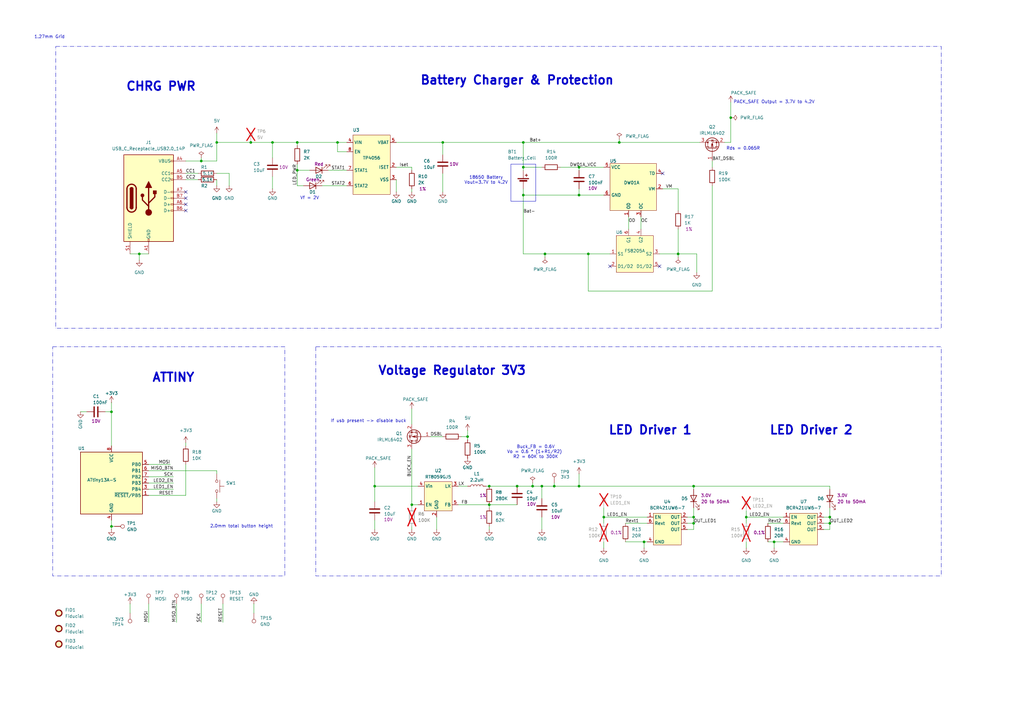
<source format=kicad_sch>
(kicad_sch (version 20250114) (generator "eeschema") (generator_version "9.0")
  (paper "A3")
  (title_block (title "Photon ") (date "2025-12-21") (rev "5") (company "Bike LED Schematic"))
  (lib_symbols
    (symbol "Connector:TestPoint" (pin_numbers (hide yes)) (pin_names (offset 0.762) (hide yes))
      (property "Reference" "TP" (at 0 6.858 0))
      (property "Value" "TestPoint" (at 0 5.08 0))
      (symbol "TestPoint_1_1"
        (pin passive line (at 0 0 90) (length 2.54) (name "1") (number "1"))
      )
    )
    (symbol "Connector:USB_C_Receptacle_USB2.0_14P" (pin_names (offset 1.016))
      (property "Reference" "J" (at 0 22.225 0))
      (property "Value" "USB_C_Receptacle_USB2.0_14P" (at 0 19.685 0))
      (symbol "USB_C_Receptacle_USB2.0_14P_1_1"
        (pin passive line (at -7.62 -22.86 90) (length 5.08) (name "SHIELD") (number "S1"))
        (pin passive line (at 0 -22.86 90) (length 5.08) (name "GND") (number "A1"))
        (pin passive line (at 0 -22.86 90) (length 5.08) (hide yes) (name "GND") (number "A12"))
        (pin passive line (at 0 -22.86 90) (length 5.08) (hide yes) (name "GND") (number "B1"))
        (pin passive line (at 0 -22.86 90) (length 5.08) (hide yes) (name "GND") (number "B12"))
        (pin passive line (at 15.24 15.24 180) (length 5.08) (name "VBUS") (number "A4"))
        (pin passive line (at 15.24 15.24 180) (length 5.08) (hide yes) (name "VBUS") (number "A9"))
        (pin passive line (at 15.24 15.24 180) (length 5.08) (hide yes) (name "VBUS") (number "B4"))
        (pin passive line (at 15.24 15.24 180) (length 5.08) (hide yes) (name "VBUS") (number "B9"))
        (pin bidirectional line (at 15.24 10.16 180) (length 5.08) (name "CC1") (number "A5"))
        (pin bidirectional line (at 15.24 7.62 180) (length 5.08) (name "CC2") (number "B5"))
        (pin bidirectional line (at 15.24 2.54 180) (length 5.08) (name "D-") (number "A7"))
        (pin bidirectional line (at 15.24 0 180) (length 5.08) (name "D-") (number "B7"))
        (pin bidirectional line (at 15.24 -2.54 180) (length 5.08) (name "D+") (number "A6"))
        (pin bidirectional line (at 15.24 -5.08 180) (length 5.08) (name "D+") (number "B6"))
      )
    )
    (symbol "Device:Battery_Cell" (pin_numbers (hide yes)) (pin_names (offset 0) (hide yes))
      (property "Reference" "BT" (at 2.54 2.54 0))
      (property "Value" "Battery_Cell" (at 2.54 0 0))
      (symbol "Battery_Cell_1_1"
        (pin passive line (at 0 5.08 270) (length 2.54) (name "+") (number "1"))
        (pin passive line (at 0 -2.54 90) (length 2.54) (name "-") (number "2"))
      )
    )
    (symbol "Device:C" (pin_numbers (hide yes)) (pin_names (offset 0.254))
      (property "Reference" "C" (at 0.635 2.54 0))
      (property "Value" "C" (at 0.635 -2.54 0))
      (symbol "C_1_1"
        (pin passive line (at 0 3.81 270) (length 2.794) (name "~") (number "1"))
        (pin passive line (at 0 -3.81 90) (length 2.794) (name "~") (number "2"))
      )
    )
    (symbol "Device:L" (pin_numbers (hide yes)) (pin_names (offset 1.016) (hide yes))
      (property "Reference" "L" (at -1.27 0 90))
      (property "Value" "L" (at 1.905 0 90))
      (symbol "L_1_1"
        (pin passive line (at 0 3.81 270) (length 1.27) (name "1") (number "1"))
        (pin passive line (at 0 -3.81 90) (length 1.27) (name "2") (number "2"))
      )
    )
    (symbol "Device:LED" (pin_numbers (hide yes)) (pin_names (offset 1.016) (hide yes))
      (property "Reference" "D" (at 0 2.54 0))
      (property "Value" "LED" (at 0 -2.54 0))
      (symbol "LED_1_1"
        (pin passive line (at -3.81 0 0) (length 2.54) (name "K") (number "1"))
        (pin passive line (at 3.81 0 180) (length 2.54) (name "A") (number "2"))
      )
    )
    (symbol "Device:R" (pin_numbers (hide yes)) (pin_names (offset 0))
      (property "Reference" "R" (at 2.032 0 90))
      (property "Value" "R" (at 0 0 90))
      (symbol "R_1_1"
        (pin passive line (at 0 3.81 270) (length 1.27) (name "~") (number "1"))
        (pin passive line (at 0 -3.81 90) (length 1.27) (name "~") (number "2"))
      )
    )
    (symbol "MCU_Microchip_ATtiny:ATtiny13A-S"
      (property "Reference" "U" (at -12.7 13.97 0))
      (property "Value" "ATtiny13A-S" (at 2.54 -13.97 0))
      (symbol "ATtiny13A-S_1_1"
        (pin power_in line (at 0 15.24 270) (length 2.54) (name "VCC") (number "8"))
        (pin power_in line (at 0 -15.24 90) (length 2.54) (name "GND") (number "4"))
        (pin bidirectional line (at 15.24 7.62 180) (length 2.54) (name "PB0") (number "5"))
        (pin bidirectional line (at 15.24 5.08 180) (length 2.54) (name "PB1") (number "6"))
        (pin bidirectional line (at 15.24 2.54 180) (length 2.54) (name "PB2") (number "7"))
        (pin bidirectional line (at 15.24 0 180) (length 2.54) (name "PB3") (number "2"))
        (pin bidirectional line (at 15.24 -2.54 180) (length 2.54) (name "PB4") (number "3"))
        (pin bidirectional line (at 15.24 -5.08 180) (length 2.54) (name "~{RESET}/PB5") (number "1"))
      )
    )
    (symbol "Mechanical:Fiducial" (in_bom no)
      (property "Reference" "FID" (at 0 5.08 0))
      (property "Value" "Fiducial" (at 0 3.175 0))
    )
    (symbol "Photon:BCR420UW6-7"
      (property "Reference" "U" (at -5.588 6.35 0))
      (symbol "BCR420UW6-7_1_1"
        (pin input line (at -8.89 3.81 0) (length 2.54) (name "EN") (number "1"))
        (pin input line (at -8.89 1.27 0) (length 2.54) (name "Rext") (number "6"))
        (pin power_in line (at -8.89 -6.35 0) (length 2.54) (name "GND") (number "4"))
        (pin output line (at 7.62 3.81 180) (length 2.54) (name "OUT") (number "2"))
        (pin passive line (at 7.62 1.27 180) (length 2.54) (name "OUT") (number "3"))
        (pin passive line (at 7.62 -1.27 180) (length 2.54) (name "OUT") (number "5"))
      )
    )
    (symbol "Photon:DW01A"
      (property "Reference" "U" (at -3.048 8.89 0))
      (symbol "DW01A_1_1"
        (pin passive line (at -6.35 6.35 0) (length 2.54) (name "VCC") (number "5"))
        (pin passive line (at -6.35 -5.08 0) (length 2.54) (name "GND") (number "6"))
        (pin passive line (at 3.81 -13.97 90) (length 2.54) (name "OD") (number "1"))
        (pin passive line (at 8.89 -13.97 90) (length 2.54) (name "OC") (number "3"))
        (pin passive line (at 17.78 3.81 180) (length 2.54) (name "TD") (number "4"))
        (pin passive line (at 17.78 -2.54 180) (length 2.54) (name "VM") (number "2"))
      )
    )
    (symbol "Photon:FS8205A"
      (property "Reference" "U" (at -7.112 8.636 0))
      (symbol "FS8205A_1_1"
        (pin passive line (at -10.16 0 0) (length 2.54) (name "S1") (number "1"))
        (pin passive line (at -10.16 -5.08 0) (length 2.54) (name "D1/D2") (number "2"))
        (pin input line (at -2.54 10.16 270) (length 2.54) (name "G1") (number "6"))
        (pin input line (at 2.54 10.16 270) (length 2.54) (name "G2") (number "4"))
        (pin passive line (at 10.16 0 180) (length 2.54) (name "S2") (number "3"))
        (pin passive line (at 10.16 -5.08 180) (length 2.54) (name "D1/D2") (number "5"))
      )
    )
    (symbol "Photon:RT8059GJ5"
      (property "Reference" "U" (at -3.556 5.334 0))
      (symbol "RT8059GJ5_1_1"
        (pin power_in line (at -7.62 2.54 0) (length 2.54) (name "Vin") (number "4"))
        (pin input line (at -7.62 -5.08 0) (length 2.54) (name "EN") (number "1"))
        (pin power_in line (at 0 -10.16 90) (length 2.54) (name "GND") (number "2"))
        (pin power_out line (at 8.89 2.54 180) (length 2.54) (name "LX") (number "3"))
        (pin input line (at 8.89 -5.08 180) (length 2.54) (name "FB") (number "5"))
      )
    )
    (symbol "Photon:TP4056"
      (property "Reference" "U" (at -6.858 13.208 0))
      (symbol "TP4056_1_1"
        (pin passive line (at -10.16 8.89 0) (length 2.54) (name "VIN") (number "4"))
        (pin passive line (at -10.16 5.08 0) (length 2.54) (name "EN") (number "8"))
        (pin passive line (at -10.16 -2.54 0) (length 2.54) (name "STAT1") (number "7"))
        (pin passive line (at -10.16 -8.89 0) (length 2.54) (name "STAT2") (number "6"))
        (pin passive line (at 10.16 8.89 180) (length 2.54) (name "VBAT") (number "5"))
        (pin passive line (at 10.16 -1.27 180) (length 2.54) (name "ISET") (number "2"))
        (pin passive line (at 10.16 -6.35 180) (length 2.54) (name "VSS") (number "3"))
      )
    )
    (symbol "Switch:SW_Push" (pin_numbers (hide yes)) (pin_names (offset 1.016) (hide yes))
      (property "Reference" "SW" (at 1.27 2.54 0))
      (property "Value" "SW_Push" (at 0 -1.524 0))
      (symbol "SW_Push_0_1"
        (pin passive line (at -5.08 0 0) (length 2.54) (name "1") (number "1"))
        (pin passive line (at 5.08 0 180) (length 2.54) (name "2") (number "2"))
      )
    )
    (symbol "Transistor_FET:IRLML6402" (pin_names (hide yes))
      (property "Reference" "Q" (at 5.08 1.905 0))
      (property "Value" "IRLML6402" (at 5.08 0 0))
      (symbol "IRLML6402_1_1"
        (pin input line (at -5.08 0 0) (length 2.54) (name "G") (number "1"))
        (pin passive line (at 2.54 5.08 270) (length 2.54) (name "D") (number "3"))
        (pin passive line (at 2.54 -5.08 90) (length 2.54) (name "S") (number "2"))
      )
    )
    (symbol "power:+3V3" (power) (pin_numbers (hide yes)) (pin_names (offset 0) (hide yes))
      (property "Value" "+3V3" (at 0 3.556 0))
      (symbol "+3V3_1_1"
        (pin power_in line (at 0 0 90) (length 0) (name "~") (number "1"))
      )
    )
    (symbol "power:+BATT" (power) (pin_numbers (hide yes)) (pin_names (offset 0) (hide yes))
      (property "Value" "+BATT" (at 0 3.556 0))
      (symbol "+BATT_1_1"
        (pin power_in line (at 0 0 90) (length 0) (name "~") (number "1"))
      )
    )
    (symbol "power:GND" (power) (pin_numbers (hide yes)) (pin_names (offset 0) (hide yes))
      (property "Value" "GND" (at 0 -3.81 0))
      (symbol "GND_1_1"
        (pin power_in line (at 0 0 270) (length 0) (name "~") (number "1"))
      )
    )
    (symbol "power:PWR_FLAG" (power) (pin_numbers (hide yes)) (pin_names (offset 0) (hide yes))
      (property "Value" "PWR_FLAG" (at 0 3.81 0))
      (symbol "PWR_FLAG_0_0"
        (pin power_out line (at 0 0 90) (length 0) (name "~") (number "1"))
      )
    )
    (symbol "power:VCC" (power) (pin_numbers (hide yes)) (pin_names (offset 0) (hide yes))
      (property "Value" "VCC" (at 0 3.556 0))
      (symbol "VCC_1_1"
        (pin power_in line (at 0 0 90) (length 0) (name "~") (number "1"))
      )
    )
  )
  (rectangle (start 22.86 19.05) (end 386.08 134.62) (stroke (width 0) (type dash_dot)))
  (rectangle (start 209.55 67.31) (end 219.71 82.55))
  (rectangle (start 129.54 142.24) (end 386.08 236.22) (stroke (width 0) (type dash_dot)))
  (rectangle (start 21.59 142.24) (end 116.84 236.22) (stroke (width 0) (type dash_dot)))
  (text "2.0mm total button height\n" (at 99.06 215.9 0) (effects (font (size 1.27 1.27))))
  (text "CHRG PWR\n" (at 66.04 35.56 0) (effects (font (size 3.54 3.54) (thickness 0.708) (bold yes))))
  (text "Battery Charger & Protection" (at 212.09 33.02 0) (effects (font (size 3.54 3.54) (thickness 0.708) (bold yes))))
  (text "Voltage Regulator 3V3\n\n" (at 185.42 154.94 0) (effects (font (size 3.54 3.54) (thickness 0.708) (bold yes))))
  (text "If usb present -> disable buck" (at 151.13 172.72 0) (effects (font (size 1.27 1.27))))
  (text "ATTINY" (at 71.12 154.94 0) (effects (font (size 3.54 3.54) (thickness 0.708) (bold yes))))
  (text "LED Driver 2\n" (at 332.74 176.53 0) (effects (font (size 3.54 3.54) (thickness 0.708) (bold yes))))
  (text "LED Driver 1\n" (at 266.7 176.53 0) (effects (font (size 3.54 3.54) (thickness 0.708) (bold yes))))
  (text "18650 Battery\nVout=3.7V to 4.2V\n\n" (at 199.39 74.93 0) (effects (font (size 1.27 1.27))))
  (text "Rds = 0.065R\n" (at 304.8 60.96 0) (effects (font (size 1.27 1.27))))
  (text "1.27mm Grid\n" (at 20.32 15.24 0) (effects (font (size 1.27 1.27))))
  (text "PACK_SAFE Output = 3.7V to 4.2V" (at 317.5 41.91 0) (effects (font (size 1.27 1.27))))
  (text "Vf = 2V\n" (at 127 81.28 0) (effects (font (size 1.27 1.27))))
  (text "Buck_FB = 0.6V\nVo = 0.6 * (1+R1/R2) \nR2 = 60K to 300K" (at 219.71 185.42 0) (effects (font (size 1.27 1.27))))
  (junction (at 45.72 168.91))
  (junction (at 200.66 199.39))
  (junction (at 284.48 212.09))
  (junction (at 237.49 199.39))
  (junction (at 82.55 66.04))
  (junction (at 317.5 222.25))
  (junction (at 138.43 58.42))
  (junction (at 247.65 212.09))
  (junction (at 340.36 214.63))
  (junction (at 241.3 104.14))
  (junction (at 88.9 58.42))
  (junction (at 212.09 199.39))
  (junction (at 102.87 58.42))
  (junction (at 237.49 68.58))
  (junction (at 299.72 48.26))
  (junction (at 121.92 69.85))
  (junction (at 284.48 214.63))
  (junction (at 214.63 68.58))
  (junction (at 306.07 212.09))
  (junction (at 214.63 80.01))
  (junction (at 168.91 207.01))
  (junction (at 214.63 58.42))
  (junction (at 200.66 207.01))
  (junction (at 45.72 215.9))
  (junction (at 222.25 199.39))
  (junction (at 237.49 80.01))
  (junction (at 181.61 58.42))
  (junction (at 227.33 199.39))
  (junction (at 121.92 58.42))
  (junction (at 223.52 104.14))
  (junction (at 284.48 199.39))
  (junction (at 111.76 58.42))
  (junction (at 254 58.42))
  (junction (at 57.15 104.14))
  (junction (at 264.16 222.25))
  (junction (at 153.67 199.39))
  (junction (at 340.36 212.09))
  (junction (at 218.44 199.39))
  (junction (at 191.77 179.07))
  (junction (at 278.13 104.14))
  (no_connect (at 76.2 78.74))
  (no_connect (at 76.2 81.28))
  (no_connect (at 250.19 109.22))
  (no_connect (at 76.2 83.82))
  (no_connect (at 270.51 109.22))
  (no_connect (at 271.78 71.12))
  (no_connect (at 76.2 86.36))
  (wire (pts (xy 45.72 217.17) (xy 45.72 215.9)))
  (wire (pts (xy 121.92 58.42) (xy 138.43 58.42)))
  (wire (pts (xy 162.56 78.74) (xy 162.56 73.66)))
  (wire (pts (xy 278.13 105.41) (xy 278.13 104.14)))
  (wire (pts (xy 168.91 167.64) (xy 168.91 173.99)))
  (wire (pts (xy 181.61 179.07) (xy 176.53 179.07)))
  (wire (pts (xy 256.54 214.63) (xy 265.43 214.63)))
  (wire (pts (xy 340.36 199.39) (xy 340.36 200.66)))
  (wire (pts (xy 162.56 68.58) (xy 168.91 68.58)))
  (wire (pts (xy 76.2 181.61) (xy 76.2 182.88)))
  (wire (pts (xy 241.3 104.14) (xy 250.19 104.14)))
  (wire (pts (xy 270.51 104.14) (xy 278.13 104.14)))
  (wire (pts (xy 214.63 58.42) (xy 214.63 68.58)))
  (wire (pts (xy 264.16 222.25) (xy 265.43 222.25)))
  (wire (pts (xy 57.15 104.14) (xy 60.96 104.14)))
  (wire (pts (xy 53.34 104.14) (xy 57.15 104.14)))
  (wire (pts (xy 111.76 58.42) (xy 111.76 64.77)))
  (wire (pts (xy 200.66 199.39) (xy 212.09 199.39)))
  (wire (pts (xy 227.33 198.12) (xy 227.33 199.39)))
  (wire (pts (xy 241.3 119.38) (xy 292.1 119.38)))
  (wire (pts (xy 237.49 68.58) (xy 247.65 68.58)))
  (wire (pts (xy 138.43 62.23) (xy 138.43 58.42)))
  (wire (pts (xy 214.63 80.01) (xy 214.63 104.14)))
  (wire (pts (xy 168.91 208.28) (xy 168.91 207.01)))
  (wire (pts (xy 306.07 214.63) (xy 306.07 212.09)))
  (wire (pts (xy 229.87 68.58) (xy 237.49 68.58)))
  (wire (pts (xy 121.92 69.85) (xy 127 69.85)))
  (wire (pts (xy 284.48 214.63) (xy 281.94 214.63)))
  (wire (pts (xy 241.3 104.14) (xy 241.3 119.38)))
  (wire (pts (xy 254 58.42) (xy 287.02 58.42)))
  (wire (pts (xy 257.81 88.9) (xy 257.81 93.98)))
  (wire (pts (xy 179.07 217.17) (xy 179.07 212.09)))
  (wire (pts (xy 284.48 212.09) (xy 281.94 212.09)))
  (wire (pts (xy 284.48 212.09) (xy 284.48 214.63)))
  (wire (pts (xy 76.2 73.66) (xy 81.28 73.66)))
  (wire (pts (xy 162.56 58.42) (xy 181.61 58.42)))
  (wire (pts (xy 60.96 193.04) (xy 88.9 193.04)))
  (wire (pts (xy 271.78 77.47) (xy 278.13 77.47)))
  (wire (pts (xy 218.44 199.39) (xy 222.25 199.39)))
  (wire (pts (xy 314.96 222.25) (xy 317.5 222.25)))
  (wire (pts (xy 292.1 68.58) (xy 292.1 66.04)))
  (wire (pts (xy 134.62 69.85) (xy 142.24 69.85)))
  (wire (pts (xy 200.66 207.01) (xy 212.09 207.01)))
  (wire (pts (xy 71.12 198.12) (xy 60.96 198.12)))
  (wire (pts (xy 297.18 58.42) (xy 299.72 58.42)))
  (wire (pts (xy 57.15 106.68) (xy 57.15 104.14)))
  (wire (pts (xy 121.92 69.85) (xy 121.92 67.31)))
  (wire (pts (xy 278.13 86.36) (xy 278.13 77.47)))
  (wire (pts (xy 214.63 80.01) (xy 237.49 80.01)))
  (wire (pts (xy 60.96 190.5) (xy 69.85 190.5)))
  (wire (pts (xy 72.39 255.27) (xy 72.39 247.65)))
  (wire (pts (xy 168.91 217.17) (xy 168.91 215.9)))
  (wire (pts (xy 200.66 217.17) (xy 200.66 215.9)))
  (wire (pts (xy 76.2 66.04) (xy 82.55 66.04)))
  (wire (pts (xy 317.5 222.25) (xy 321.31 222.25)))
  (wire (pts (xy 111.76 58.42) (xy 121.92 58.42)))
  (wire (pts (xy 181.61 58.42) (xy 181.61 63.5)))
  (wire (pts (xy 60.96 195.58) (xy 71.12 195.58)))
  (wire (pts (xy 82.55 66.04) (xy 88.9 66.04)))
  (wire (pts (xy 88.9 58.42) (xy 102.87 58.42)))
  (wire (pts (xy 237.49 199.39) (xy 284.48 199.39)))
  (wire (pts (xy 284.48 208.28) (xy 284.48 212.09)))
  (wire (pts (xy 187.96 199.39) (xy 191.77 199.39)))
  (wire (pts (xy 214.63 68.58) (xy 222.25 68.58)))
  (wire (pts (xy 191.77 176.53) (xy 191.77 179.07)))
  (wire (pts (xy 121.92 76.2) (xy 124.46 76.2)))
  (wire (pts (xy 46.99 215.9) (xy 45.72 215.9)))
  (wire (pts (xy 212.09 199.39) (xy 218.44 199.39)))
  (wire (pts (xy 340.36 208.28) (xy 340.36 212.09)))
  (wire (pts (xy 247.65 212.09) (xy 265.43 212.09)))
  (wire (pts (xy 88.9 76.2) (xy 88.9 73.66)))
  (wire (pts (xy 187.96 207.01) (xy 200.66 207.01)))
  (wire (pts (xy 306.07 224.79) (xy 306.07 222.25)))
  (wire (pts (xy 93.98 76.2) (xy 93.98 71.12)))
  (wire (pts (xy 256.54 222.25) (xy 264.16 222.25)))
  (wire (pts (xy 82.55 64.77) (xy 82.55 66.04)))
  (wire (pts (xy 292.1 119.38) (xy 292.1 76.2)))
  (wire (pts (xy 306.07 209.55) (xy 306.07 212.09)))
  (wire (pts (xy 121.92 76.2) (xy 121.92 69.85)))
  (wire (pts (xy 214.63 58.42) (xy 254 58.42)))
  (wire (pts (xy 278.13 93.98) (xy 278.13 104.14)))
  (wire (pts (xy 214.63 68.58) (xy 214.63 69.85)))
  (wire (pts (xy 121.92 58.42) (xy 121.92 59.69)))
  (wire (pts (xy 88.9 194.31) (xy 88.9 193.04)))
  (wire (pts (xy 191.77 180.34) (xy 191.77 179.07)))
  (wire (pts (xy 45.72 165.1) (xy 45.72 168.91)))
  (wire (pts (xy 223.52 105.41) (xy 223.52 104.14)))
  (wire (pts (xy 218.44 198.12) (xy 218.44 199.39)))
  (wire (pts (xy 88.9 71.12) (xy 93.98 71.12)))
  (wire (pts (xy 317.5 224.79) (xy 317.5 222.25)))
  (wire (pts (xy 168.91 78.74) (xy 168.91 77.47)))
  (wire (pts (xy 285.75 104.14) (xy 285.75 111.76)))
  (wire (pts (xy 43.18 168.91) (xy 45.72 168.91)))
  (wire (pts (xy 88.9 54.61) (xy 88.9 58.42)))
  (wire (pts (xy 200.66 208.28) (xy 200.66 207.01)))
  (wire (pts (xy 199.39 199.39) (xy 200.66 199.39)))
  (wire (pts (xy 142.24 62.23) (xy 138.43 62.23)))
  (wire (pts (xy 91.44 255.27) (xy 91.44 247.65)))
  (wire (pts (xy 153.67 191.77) (xy 153.67 199.39)))
  (wire (pts (xy 88.9 58.42) (xy 88.9 66.04)))
  (wire (pts (xy 284.48 214.63) (xy 284.48 217.17)))
  (wire (pts (xy 214.63 77.47) (xy 214.63 80.01)))
  (wire (pts (xy 33.02 168.91) (xy 35.56 168.91)))
  (wire (pts (xy 153.67 205.74) (xy 153.67 199.39)))
  (wire (pts (xy 153.67 199.39) (xy 171.45 199.39)))
  (wire (pts (xy 181.61 58.42) (xy 214.63 58.42)))
  (wire (pts (xy 111.76 72.39) (xy 111.76 77.47)))
  (wire (pts (xy 53.34 251.46) (xy 53.34 247.65)))
  (wire (pts (xy 340.36 217.17) (xy 337.82 217.17)))
  (wire (pts (xy 189.23 179.07) (xy 191.77 179.07)))
  (wire (pts (xy 222.25 217.17) (xy 222.25 212.09)))
  (wire (pts (xy 132.08 76.2) (xy 142.24 76.2)))
  (wire (pts (xy 237.49 194.31) (xy 237.49 199.39)))
  (wire (pts (xy 284.48 199.39) (xy 340.36 199.39)))
  (wire (pts (xy 227.33 199.39) (xy 237.49 199.39)))
  (wire (pts (xy 168.91 68.58) (xy 168.91 69.85)))
  (wire (pts (xy 254 57.15) (xy 254 58.42)))
  (wire (pts (xy 340.36 212.09) (xy 340.36 214.63)))
  (wire (pts (xy 104.14 251.46) (xy 104.14 247.65)))
  (wire (pts (xy 340.36 212.09) (xy 337.82 212.09)))
  (wire (pts (xy 222.25 204.47) (xy 222.25 199.39)))
  (wire (pts (xy 60.96 247.65) (xy 60.96 255.27)))
  (wire (pts (xy 45.72 215.9) (xy 45.72 213.36)))
  (wire (pts (xy 340.36 214.63) (xy 340.36 217.17)))
  (wire (pts (xy 262.89 88.9) (xy 262.89 93.98)))
  (wire (pts (xy 168.91 207.01) (xy 171.45 207.01)))
  (wire (pts (xy 314.96 214.63) (xy 321.31 214.63)))
  (wire (pts (xy 45.72 168.91) (xy 45.72 182.88)))
  (wire (pts (xy 340.36 214.63) (xy 337.82 214.63)))
  (wire (pts (xy 237.49 68.58) (xy 237.49 69.85)))
  (wire (pts (xy 71.12 200.66) (xy 60.96 200.66)))
  (wire (pts (xy 168.91 184.15) (xy 168.91 207.01)))
  (wire (pts (xy 278.13 104.14) (xy 285.75 104.14)))
  (wire (pts (xy 247.65 214.63) (xy 247.65 212.09)))
  (wire (pts (xy 60.96 203.2) (xy 76.2 203.2)))
  (wire (pts (xy 88.9 205.74) (xy 88.9 204.47)))
  (wire (pts (xy 138.43 58.42) (xy 142.24 58.42)))
  (wire (pts (xy 222.25 199.39) (xy 227.33 199.39)))
  (wire (pts (xy 82.55 255.27) (xy 82.55 247.65)))
  (wire (pts (xy 247.65 224.79) (xy 247.65 222.25)))
  (wire (pts (xy 237.49 80.01) (xy 247.65 80.01)))
  (wire (pts (xy 264.16 224.79) (xy 264.16 222.25)))
  (wire (pts (xy 284.48 217.17) (xy 281.94 217.17)))
  (wire (pts (xy 76.2 71.12) (xy 81.28 71.12)))
  (wire (pts (xy 153.67 217.17) (xy 153.67 213.36)))
  (wire (pts (xy 247.65 208.28) (xy 247.65 212.09)))
  (wire (pts (xy 284.48 199.39) (xy 284.48 200.66)))
  (wire (pts (xy 237.49 77.47) (xy 237.49 80.01)))
  (wire (pts (xy 181.61 78.74) (xy 181.61 71.12)))
  (wire (pts (xy 102.87 58.42) (xy 111.76 58.42)))
  (wire (pts (xy 299.72 41.91) (xy 299.72 48.26)))
  (wire (pts (xy 306.07 212.09) (xy 321.31 212.09)))
  (wire (pts (xy 223.52 104.14) (xy 214.63 104.14)))
  (wire (pts (xy 223.52 104.14) (xy 241.3 104.14)))
  (wire (pts (xy 76.2 190.5) (xy 76.2 203.2)))
  (wire (pts (xy 299.72 48.26) (xy 299.72 58.42)))
  (label "RESET" (at 91.44 255.27 90))
  (label "OUT_LED2" (at 340.36 214.63 0))
  (label "Bat+" (at 217.17 58.42 0))
  (label "FB" (at 189.23 207.01 0))
  (label "LED1_EN" (at 71.12 200.66 180))
  (label "BUCK_EN" (at 168.91 195.58 90))
  (label "BAT_DSBL" (at 292.1 66.04 0))
  (label "LED_PWR" (at 121.92 67.31 270))
  (label "DW01A_VCC" (at 233.68 68.58 0))
  (label "VM" (at 273.05 77.47 0))
  (label "Rext2" (at 314.96 214.63 0))
  (label "OC" (at 262.89 91.44 0))
  (label "Rext1" (at 256.54 214.63 0))
  (label "MOSI" (at 69.85 190.5 180))
  (label "LED2_EN" (at 71.12 198.12 180))
  (label "Iset" (at 163.83 68.58 0))
  (label "RESET" (at 71.12 203.2 180))
  (label "MISO_BTN" (at 72.39 255.27 90))
  (label "LX" (at 187.96 199.39 0))
  (label "Bat-" (at 214.63 87.63 0))
  (label "STAT2" (at 135.89 76.2 0))
  (label "LED1_EN" (at 248.92 212.09 0))
  (label "OD" (at 257.81 91.44 0))
  (label "CC2" (at 76.2 73.66 0))
  (label "SCK" (at 71.12 195.58 180))
  (label "OUT_LED1" (at 284.48 214.63 0))
  (label "STAT1" (at 135.89 69.85 0))
  (label "LED2_EN" (at 307.34 212.09 0))
  (label "DSBL" (at 176.53 179.07 0))
  (label "MOSI" (at 60.96 255.27 90))
  (label "SCK" (at 82.55 255.27 90))
  (label "MISO_BTN" (at 71.12 193.04 180))
  (label "CC1" (at 76.2 71.12 0))
  (symbol (lib_id "Photon:RT8059GJ5") (at 179.07 201.93 0) (unit 1)
    (property "Reference" "U2" (at 179.705 193.04 0))
    (property "Value" "RT8059GJ5" (at 179.705 195.58 0))
    (property "Footprint" "Package_TO_SOT_SMD:SOT-23-5" (effects (hide yes)))
    (property "Datasheet" "https://jlcpcb.com/api/file/downloadByFileSystemAccessId/8586172157412192256" (effects (hide yes)))
    (property "Supplier " "https://jlcpcb.com/partdetail/RichtekTech-RT8059GJ5/C20542" (effects (hide yes)))
  )
  (symbol (lib_id "power:GND") (at 264.16 224.79 0) (unit 1)
    (property "Reference" "#PWR026" (effects (hide yes)))
    (property "Value" "GND" (at 264.16 229.87 0))
    (property "Description" "Power symbol creates a global label with name \"GND\" , ground" (effects (hide yes)))
  )
  (symbol (lib_id "Device:R") (at 256.54 218.44 0) (unit 1)
    (property "Reference" "R13" (at 259.08 217.1699 0) (effects (justify left)))
    (property "Value" "20R" (at 259.08 219.7099 0) (effects (justify left)))
    (property "Footprint" "Resistor_SMD:R_0603_1608Metric" (effects (hide yes)))
    (property "Datasheet" "https://jlcpcb.com/partdetail/YAGEO-RT0603BRD076R65L/C861543" (effects (hide yes)))
    (property "Description" "Resistor" (effects (hide yes)))
    (property "Tolerance " "0.1%" (at 252.73 218.44 0))
  )
  (symbol (lib_id "power:GND") (at 179.07 217.17 0) (unit 1)
    (property "Reference" "#PWR017" (effects (hide yes)))
    (property "Value" "GND" (at 179.07 220.98 0))
    (property "Description" "Power symbol creates a global label with name \"GND\" , ground" (effects (hide yes)))
  )
  (symbol (lib_id "Connector:TestPoint") (at 104.14 251.46 180) (unit 1)
    (property "Reference" "TP15" (at 106.68 253.4919 0) (effects (justify right)))
    (property "Value" "GND" (at 106.68 256.0319 0) (effects (justify right)))
    (property "Footprint" "TestPoint:TestPoint_Pad_D1.0mm" (effects (hide yes)))
    (property "Datasheet" "https://jlcpcb.com/api/file/downloadByFileSystemAccessId/8590894748973035520" (effects (hide yes)))
    (property "Description" "test point" (effects (hide yes)))
  )
  (symbol (lib_id "Device:C") (at 153.67 209.55 180) (unit 1)
    (property "Reference" "C2" (at 157.48 208.2799 0) (effects (justify right)))
    (property "Value" "10uF" (at 157.48 210.8199 0) (effects (justify right)))
    (property "Footprint" "Capacitor_SMD:C_0603_1608Metric" (effects (hide yes)))
    (property "Description" "Unpolarized capacitor" (effects (hide yes)))
    (property "Voltage Rating" "10V" (at 159.258 213.106 0))
  )
  (symbol (lib_id "power:GND") (at 33.02 168.91 0) (unit 1)
    (property "Reference" "#PWR04" (effects (hide yes)))
    (property "Value" "GND" (at 33.02 173.99 90))
    (property "Description" "Power symbol creates a global label with name \"GND\" , ground" (effects (hide yes)))
  )
  (symbol (lib_id "Device:LED") (at 128.27 76.2 180) (unit 1)
    (property "Reference" "D1" (at 129.54 78.74 0) (effects (justify left)))
    (property "Value" "SZYY0603R1" (effects (hide yes)))
    (property "Footprint" "LED_SMD:LED_0603_1608Metric" (effects (hide yes)))
    (property "Datasheet" "https://www.lcsc.com/datasheet/C19712529.pdf" (effects (hide yes)))
    (property "Description" "Light emitting diode" (effects (hide yes)))
    (property "Sim.Pins" "1=K 2=A" (effects (hide yes)))
    (property "Supplier" "https://www.lcsc.com/datasheet/C19712529.pdf" (effects (hide yes)))
    (property "Color" "Green" (at 128.27 73.66 0))
    (property "Vf" "2V" (effects (hide yes)))
  )
  (symbol (lib_id "Device:R") (at 168.91 212.09 0) (unit 1) (on_board no) (dnp yes)
    (property "Reference" "R6" (at 171.45 210.8199 0) (effects (justify left)))
    (property "Value" "100K" (at 171.45 213.3599 0) (effects (justify left)))
    (property "Footprint" "Resistor_SMD:R_0603_1608Metric" (effects (hide yes)))
    (property "Description" "Resistor" (effects (hide yes)))
  )
  (symbol (lib_id "Transistor_FET:IRLML6402") (at 171.45 179.07 180) (unit 1)
    (property "Reference" "Q1" (at 165.1 177.7999 0) (effects (justify left)))
    (property "Value" "IRLML6402" (at 165.1 180.3399 0) (effects (justify left)))
    (property "Footprint" "Package_TO_SOT_SMD:SOT-23" (effects (hide yes)))
    (property "Datasheet" "https://www.infineon.com/dgdl/irlml6402pbf.pdf?fileId=5546d462533600a401535668d5c2263c" (effects (hide yes)))
    (property "Description" "-3.7A Id, -20V Vds, 65mOhm Rds, P-Channel HEXFET Power MOSFET, SOT-23" (effects (hide yes)))
  )
  (symbol (lib_id "Device:LED") (at 284.48 204.47 90) (unit 1)
    (property "Reference" "D5" (at 279.4 204.47 90) (effects (justify right)))
    (property "Value" "LED" (effects (hide yes)))
    (property "Footprint" "Photon:3W LED 9mm" (effects (hide yes)))
    (property "Description" "Light emitting diode" (effects (hide yes)))
    (property "Sim.Pins" "1=K 2=A" (effects (hide yes)))
    (property "Vf" "3.0V" (at 289.56 203.2 90))
    (property "If" "20 to 50mA" (at 293.37 205.74 90))
  )
  (symbol (lib_id "power:+3V3") (at 76.2 181.61 0) (unit 1)
    (property "Reference" "#PWR033" (effects (hide yes)))
    (property "Value" "+3V3" (at 76.2 176.53 0))
    (property "Description" "Power symbol creates a global label with name \"+3V3\"" (effects (hide yes)))
  )
  (symbol (lib_id "Connector:TestPoint") (at 72.39 247.65 0) (unit 1)
    (property "Reference" "TP8" (at 74.168 243.078 0) (effects (justify left)))
    (property "Value" "MISO" (at 74.168 245.618 0) (effects (justify left)))
    (property "Footprint" "TestPoint:TestPoint_Pad_D1.0mm" (effects (hide yes)))
    (property "Datasheet" "https://jlcpcb.com/api/file/downloadByFileSystemAccessId/8590894748973035520" (effects (hide yes)))
    (property "Description" "test point" (effects (hide yes)))
  )
  (symbol (lib_id "power:GND") (at 88.9 205.74 0) (unit 1)
    (property "Reference" "#PWR09" (effects (hide yes)))
    (property "Value" "GND" (at 88.9 209.55 0))
    (property "Description" "Power symbol creates a global label with name \"GND\" , ground" (effects (hide yes)))
  )
  (symbol (lib_id "power:VCC") (at 88.9 54.61 0) (unit 1)
    (property "Reference" "#PWR05" (effects (hide yes)))
    (property "Value" "5V" (at 88.9 49.53 0))
    (property "Description" "Power symbol creates a global label with name \"VCC\"" (effects (hide yes)))
  )
  (symbol (lib_id "power:GND") (at 57.15 106.68 0) (unit 1)
    (property "Reference" "#PWR03" (effects (hide yes)))
    (property "Value" "GND" (at 57.15 111.76 0))
    (property "Description" "Power symbol creates a global label with name \"GND\" , ground" (effects (hide yes)))
  )
  (symbol (lib_id "power:+3V3") (at 53.34 247.65 0) (unit 1)
    (property "Reference" "#PWR035" (effects (hide yes)))
    (property "Value" "+3V3" (at 53.34 243.84 0))
    (property "Description" "Power symbol creates a global label with name \"+3V3\"" (effects (hide yes)))
  )
  (symbol (lib_id "power:GND") (at 88.9 76.2 0) (unit 1)
    (property "Reference" "#PWR06" (effects (hide yes)))
    (property "Value" "GND" (at 88.9 81.28 0))
    (property "Description" "Power symbol creates a global label with name \"GND\" , ground" (effects (hide yes)))
  )
  (symbol (lib_id "Mechanical:Fiducial") (at 24.13 257.81 0) (unit 1) (in_bom no)
    (property "Reference" "FID2" (at 26.67 256.5399 0) (effects (justify left)))
    (property "Value" "Fiducial" (at 26.67 259.0799 0) (effects (justify left)))
    (property "Footprint" "Fiducial:Fiducial_0.5mm_Mask1.5mm" (effects (hide yes)))
    (property "Description" "Fiducial Marker" (effects (hide yes)))
  )
  (symbol (lib_id "power:GND") (at 317.5 224.79 0) (unit 1)
    (property "Reference" "#PWR029" (effects (hide yes)))
    (property "Value" "GND" (at 317.5 229.87 0))
    (property "Description" "Power symbol creates a global label with name \"GND\" , ground" (effects (hide yes)))
  )
  (symbol (lib_id "Connector:TestPoint") (at 46.99 215.9 270) (unit 1)
    (property "Reference" "TP1" (at 52.07 214.6299 90) (effects (justify left)))
    (property "Value" "GND" (at 52.07 217.1699 90) (effects (justify left)))
    (property "Footprint" "TestPoint:TestPoint_Pad_D1.0mm" (effects (hide yes)))
    (property "Datasheet" "https://jlcpcb.com/api/file/downloadByFileSystemAccessId/8590894748973035520" (effects (hide yes)))
    (property "Description" "test point" (effects (hide yes)))
  )
  (symbol (lib_id "Connector:TestPoint") (at 91.44 247.65 0) (unit 1)
    (property "Reference" "TP13" (at 93.98 243.0779 0) (effects (justify left)))
    (property "Value" "RESET" (at 93.98 245.6179 0) (effects (justify left)))
    (property "Footprint" "TestPoint:TestPoint_Pad_D1.0mm" (effects (hide yes)))
    (property "Datasheet" "https://jlcpcb.com/api/file/downloadByFileSystemAccessId/8590894748973035520" (effects (hide yes)))
    (property "Description" "test point" (effects (hide yes)))
  )
  (symbol (lib_id "Device:R") (at 185.42 179.07 90) (unit 1)
    (property "Reference" "R4" (at 185.42 172.72 90))
    (property "Value" "100R" (at 185.42 175.26 90))
    (property "Footprint" "Resistor_SMD:R_0603_1608Metric" (effects (hide yes)))
    (property "Description" "Resistor" (effects (hide yes)))
  )
  (symbol (lib_id "Connector:TestPoint") (at 227.33 198.12 0) (unit 1)
    (property "Reference" "TP9" (at 229.87 193.5479 0) (effects (justify left)))
    (property "Value" "3V3" (at 229.87 195.58 0) (effects (justify left)))
    (property "Footprint" "TestPoint:TestPoint_Pad_D1.0mm" (effects (hide yes)))
    (property "Datasheet" "https://jlcpcb.com/api/file/downloadByFileSystemAccessId/8590894748973035520" (effects (hide yes)))
    (property "Description" "test point" (effects (hide yes)))
  )
  (symbol (lib_id "power:+BATT") (at 153.67 191.77 0) (unit 1)
    (property "Reference" "#PWR011" (effects (hide yes)))
    (property "Value" "PACK_SAFE" (at 149.86 187.96 0) (effects (justify left)))
    (property "Description" "Power symbol creates a global label with name \"+BATT\"" (effects (hide yes)))
  )
  (symbol (lib_id "power:GND") (at 93.98 76.2 0) (unit 1)
    (property "Reference" "#PWR07" (effects (hide yes)))
    (property "Value" "GND" (at 93.98 81.28 0))
    (property "Description" "Power symbol creates a global label with name \"GND\" , ground" (effects (hide yes)))
  )
  (symbol (lib_id "Photon:TP4056") (at 152.4 67.31 0) (unit 1)
    (property "Reference" "U3" (at 146.05 53.34 0))
    (property "Value" "TP4056" (at 152.4 64.77 0))
    (property "Footprint" "Package_SO:SOIC-8-1EP_3.9x4.9mm_P1.27mm_EP2.29x3mm" (effects (hide yes)))
    (property "Datasheet" "https://www.lcsc.com/product-detail/C725790.html" (effects (hide yes)))
  )
  (symbol (lib_id "power:PWR_FLAG") (at 223.52 105.41 180) (unit 1)
    (property "Reference" "#FLG03" (effects (hide yes)))
    (property "Value" "PWR_FLAG" (at 223.52 110.49 0))
    (property "Description" "Special symbol for telling ERC where power comes from" (effects (hide yes)))
  )
  (symbol (lib_id "Device:R") (at 292.1 72.39 180) (unit 1)
    (property "Reference" "R19" (at 294.64 71.1199 0) (effects (justify right)))
    (property "Value" "100K" (at 294.64 73.6599 0) (effects (justify right)))
    (property "Footprint" "Resistor_SMD:R_0603_1608Metric" (effects (hide yes)))
    (property "Description" "Resistor" (effects (hide yes)))
  )
  (symbol (lib_id "Device:C") (at 111.76 68.58 180) (unit 1)
    (property "Reference" "C3" (at 103.886 67.31 0) (effects (justify right)))
    (property "Value" "10uF" (at 103.886 69.85 0) (effects (justify right)))
    (property "Footprint" "Capacitor_SMD:C_0603_1608Metric" (effects (hide yes)))
    (property "Description" "Unpolarized capacitor" (effects (hide yes)))
    (property "Voltage Rating" "10V" (at 116.332 68.58 0))
    (property "Rating" "XR5" (effects (hide yes)))
  )
  (symbol (lib_id "Device:R") (at 191.77 184.15 0) (unit 1)
    (property "Reference" "R5" (at 194.31 182.8799 0) (effects (justify left)))
    (property "Value" "100K" (at 194.31 185.4199 0) (effects (justify left)))
    (property "Footprint" "Resistor_SMD:R_0603_1608Metric" (effects (hide yes)))
    (property "Description" "Resistor" (effects (hide yes)))
  )
  (symbol (lib_id "power:+3V3") (at 45.72 165.1 0) (unit 1)
    (property "Reference" "#PWR01" (effects (hide yes)))
    (property "Value" "+3V3" (at 45.72 161.29 0))
    (property "Description" "Power symbol creates a global label with name \"+3V3\"" (effects (hide yes)))
  )
  (symbol (lib_id "power:GND") (at 168.91 78.74 0) (unit 1)
    (property "Reference" "#PWR021" (effects (hide yes)))
    (property "Value" "GND" (at 168.91 82.55 0))
    (property "Description" "Power symbol creates a global label with name \"GND\" , ground" (effects (hide yes)))
  )
  (symbol (lib_id "Device:C") (at 181.61 67.31 180) (unit 1)
    (property "Reference" "C6" (at 173.736 66.04 0) (effects (justify right)))
    (property "Value" "10uF" (at 173.736 68.58 0) (effects (justify right)))
    (property "Footprint" "Capacitor_SMD:C_0603_1608Metric" (effects (hide yes)))
    (property "Description" "Unpolarized capacitor" (effects (hide yes)))
    (property "Voltage Rating" "10V" (at 186.182 67.31 0))
  )
  (symbol (lib_id "power:GND") (at 200.66 217.17 0) (unit 1)
    (property "Reference" "#PWR018" (effects (hide yes)))
    (property "Value" "GND" (at 200.66 220.98 0))
    (property "Description" "Power symbol creates a global label with name \"GND\" , ground" (effects (hide yes)))
  )
  (symbol (lib_id "Device:R") (at 76.2 186.69 0) (unit 1)
    (property "Reference" "R18" (at 78.74 185.4199 0) (effects (justify left)))
    (property "Value" "10K" (at 78.74 187.9599 0) (effects (justify left)))
    (property "Footprint" "Resistor_SMD:R_0603_1608Metric" (effects (hide yes)))
    (property "Description" "Resistor" (effects (hide yes)))
  )
  (symbol (lib_id "power:GND") (at 168.91 217.17 0) (unit 1)
    (property "Reference" "#PWR010" (effects (hide yes)))
    (property "Value" "GND" (at 168.91 220.98 0))
    (property "Description" "Power symbol creates a global label with name \"GND\" , ground" (effects (hide yes)))
  )
  (symbol (lib_id "Transistor_FET:IRLML6402") (at 292.1 60.96 90) (unit 1)
    (property "Reference" "Q2" (at 292.1 52.07 90))
    (property "Value" "IRLML6402" (at 292.1 54.61 90))
    (property "Footprint" "Package_TO_SOT_SMD:SOT-23" (effects (hide yes)))
    (property "Datasheet" "https://www.infineon.com/dgdl/irlml6402pbf.pdf?fileId=5546d462533600a401535668d5c2263c" (effects (hide yes)))
    (property "Description" "-3.7A Id, -20V Vds, 65mOhm Rds, P-Channel HEXFET Power MOSFET, SOT-23" (effects (hide yes)))
  )
  (symbol (lib_id "power:GND") (at 247.65 224.79 0) (unit 1)
    (property "Reference" "#PWR025" (effects (hide yes)))
    (property "Value" "GND" (at 247.65 229.87 0))
    (property "Description" "Power symbol creates a global label with name \"GND\" , ground" (effects (hide yes)))
  )
  (symbol (lib_id "Device:R") (at 314.96 218.44 0) (unit 1)
    (property "Reference" "R16" (at 317.5 217.1699 0) (effects (justify left)))
    (property "Value" "20R" (at 317.5 219.7099 0) (effects (justify left)))
    (property "Footprint" "Resistor_SMD:R_0603_1608Metric" (effects (hide yes)))
    (property "Datasheet" "https://jlcpcb.com/partdetail/YAGEO-RT0603BRD076R65L/C861543" (effects (hide yes)))
    (property "Description" "Resistor" (effects (hide yes)))
    (property "Tolerance" "0.1%" (at 311.404 218.44 0))
  )
  (symbol (lib_id "Connector:TestPoint") (at 306.07 209.55 0) (unit 1) (on_board no) (dnp yes)
    (property "Reference" "TP11" (at 308.61 204.9779 0) (effects (justify left)))
    (property "Value" "LED2_EN" (at 308.61 207.5179 0) (effects (justify left)))
    (property "Footprint" "TestPoint:TestPoint_THTPad_D1.0mm_Drill0.5mm" (effects (hide yes)))
    (property "Datasheet" "https://jlcpcb.com/api/file/downloadByFileSystemAccessId/8590894748973035520" (effects (hide yes)))
    (property "Description" "test point" (effects (hide yes)))
  )
  (symbol (lib_id "Device:R") (at 278.13 90.17 180) (unit 1)
    (property "Reference" "R17" (at 280.67 88.9 0) (effects (justify right)))
    (property "Value" "1K" (at 280.67 91.44 0) (effects (justify right)))
    (property "Footprint" "Resistor_SMD:R_0603_1608Metric" (effects (hide yes)))
    (property "Description" "Resistor" (effects (hide yes)))
    (property "Tolerance" "1%" (at 282.575 93.98 0))
  )
  (symbol (lib_id "MCU_Microchip_ATtiny:ATtiny13A-S") (at 45.72 198.12 0) (unit 1)
    (property "Reference" "U1" (at 34.798 183.896 0) (effects (justify right)))
    (property "Value" "ATtiny13A-S" (at 47.752 196.85 0) (effects (justify right)))
    (property "Footprint" "Package_SO:SO-8_3.9x4.9mm_P1.27mm" (effects (hide yes)))
    (property "Datasheet" "https://ww1.microchip.com/downloads/aemDocuments/documents/MCU08/ProductDocuments/DataSheets/ATtiny13A-Data-Sheet-DS40002307A.pdf" (effects (hide yes)))
    (property "Description" "20MHz, 1kB Flash, 64B SRAM, 64B EEPROM, debugWIRE, SOIC-8 (208 mil)" (effects (hide yes)))
  )
  (symbol (lib_id "power:+BATT") (at 299.72 41.91 0) (unit 1)
    (property "Reference" "#PWR031" (effects (hide yes)))
    (property "Value" "PACK_SAFE" (at 299.72 38.1 0) (effects (justify left)))
    (property "Description" "Power symbol creates a global label with name \"+BATT\"" (effects (hide yes)))
  )
  (symbol (lib_id "Connector:TestPoint") (at 53.34 251.46 180) (unit 1)
    (property "Reference" "TP14" (at 50.8 256.0321 0) (effects (justify left)))
    (property "Value" "3V3" (at 50.8 254 0) (effects (justify left)))
    (property "Footprint" "TestPoint:TestPoint_THTPad_D1.0mm_Drill0.5mm" (effects (hide yes)))
    (property "Datasheet" "https://jlcpcb.com/api/file/downloadByFileSystemAccessId/8590894748973035520" (effects (hide yes)))
    (property "Description" "test point" (effects (hide yes)))
  )
  (symbol (lib_id "Photon:FS8205A") (at 260.35 104.14 0) (unit 1)
    (property "Reference" "U6" (at 254 95.25 0))
    (property "Value" "FS8205A" (at 260.35 102.87 0))
    (property "Footprint" "Package_TO_SOT_SMD:SOT-23-6" (effects (hide yes)))
    (property "Datasheet" "https://www.lcsc.com/product-detail/C2830320.html" (effects (hide yes)))
  )
  (symbol (lib_id "power:GND") (at 45.72 217.17 0) (unit 1)
    (property "Reference" "#PWR02" (effects (hide yes)))
    (property "Value" "GND" (at 45.72 220.98 0))
    (property "Description" "Power symbol creates a global label with name \"GND\" , ground" (effects (hide yes)))
  )
  (symbol (lib_id "power:GND") (at 306.07 224.79 0) (unit 1)
    (property "Reference" "#PWR028" (effects (hide yes)))
    (property "Value" "GND" (at 306.07 229.87 0))
    (property "Description" "Power symbol creates a global label with name \"GND\" , ground" (effects (hide yes)))
  )
  (symbol (lib_id "Device:LED") (at 130.81 69.85 180) (unit 1)
    (property "Reference" "D2" (at 132.08 72.39 0) (effects (justify left)))
    (property "Value" "SZYY0603R1" (effects (hide yes)))
    (property "Footprint" "LED_SMD:LED_0603_1608Metric" (effects (hide yes)))
    (property "Datasheet" "https://www.lcsc.com/datasheet/C19712529.pdf" (effects (hide yes)))
    (property "Description" "Light emitting diode" (effects (hide yes)))
    (property "Sim.Pins" "1=K 2=A" (effects (hide yes)))
    (property "Supplier" "https://www.lcsc.com/datasheet/C19712529.pdfSZYY0603R1/C19712529" (effects (hide yes)))
    (property "Colour" "Red" (at 130.81 67.31 0))
  )
  (symbol (lib_id "Device:R") (at 85.09 73.66 90) (unit 1)
    (property "Reference" "R2" (at 83.82 76.2 90))
    (property "Value" "5.1K" (at 85.09 73.66 90))
    (property "Footprint" "Resistor_SMD:R_0603_1608Metric" (effects (hide yes)))
    (property "Description" "Resistor" (effects (hide yes)))
  )
  (symbol (lib_id "Device:C") (at 237.49 73.66 180) (unit 1)
    (property "Reference" "C7" (at 241.3 72.3899 0) (effects (justify right)))
    (property "Value" "100nF" (at 241.3 74.93 0) (effects (justify right)))
    (property "Footprint" "Capacitor_SMD:C_0603_1608Metric" (effects (hide yes)))
    (property "Description" "Unpolarized capacitor" (effects (hide yes)))
    (property "Voltage Rating" "10V" (at 243.078 77.216 0))
  )
  (symbol (lib_id "Connector:TestPoint") (at 82.55 247.65 0) (unit 1)
    (property "Reference" "TP12" (at 84.328 243.078 0) (effects (justify left)))
    (property "Value" "SCK" (at 84.328 245.618 0) (effects (justify left)))
    (property "Footprint" "TestPoint:TestPoint_Pad_D1.0mm" (effects (hide yes)))
    (property "Datasheet" "https://jlcpcb.com/api/file/downloadByFileSystemAccessId/8590894748973035520" (effects (hide yes)))
    (property "Description" "test point" (effects (hide yes)))
  )
  (symbol (lib_id "Device:L") (at 195.58 199.39 90) (unit 1)
    (property "Reference" "L1" (at 195.58 194.31 90))
    (property "Value" "2.2uH" (at 195.58 196.85 90))
    (property "Footprint" "Photon:SMD 3x3mm Power Inductor" (effects (hide yes)))
    (property "Datasheet" "https://jlcpcb.com/api/file/downloadByFileSystemAccessId/8588935238940966912" (effects (hide yes)))
    (property "Description" "Inductor" (effects (hide yes)))
    (property "Supplier" "https://jlcpcb.com/partdetail/SXN_Shun_Xiang_Nuo_Elec-SM35212R2MT/C9890" (effects (hide yes)))
  )
  (symbol (lib_id "Mechanical:Fiducial") (at 24.13 251.46 0) (unit 1) (in_bom no)
    (property "Reference" "FID1" (at 26.67 250.1899 0) (effects (justify left)))
    (property "Value" "Fiducial" (at 26.67 252.7299 0) (effects (justify left)))
    (property "Footprint" "Fiducial:Fiducial_0.5mm_Mask1.5mm" (effects (hide yes)))
    (property "Description" "Fiducial Marker" (effects (hide yes)))
  )
  (symbol (lib_id "Device:R") (at 168.91 73.66 0) (unit 1)
    (property "Reference" "R10" (at 171.45 72.39 0) (effects (justify left)))
    (property "Value" "2K" (at 171.45 74.93 0) (effects (justify left)))
    (property "Footprint" "Resistor_SMD:R_0603_1608Metric" (effects (hide yes)))
    (property "Description" "Resistor" (effects (hide yes)))
    (property "Tolerance" "1%" (at 173.355 77.47 0))
  )
  (symbol (lib_id "power:GND") (at 181.61 78.74 0) (unit 1)
    (property "Reference" "#PWR024" (effects (hide yes)))
    (property "Value" "GND" (at 181.61 82.55 0))
    (property "Description" "Power symbol creates a global label with name \"GND\" , ground" (effects (hide yes)))
  )
  (symbol (lib_id "power:+3V3") (at 237.49 194.31 0) (unit 1)
    (property "Reference" "#PWR023" (effects (hide yes)))
    (property "Value" "+3V3" (at 237.49 189.23 0))
    (property "Description" "Power symbol creates a global label with name \"+3V3\"" (effects (hide yes)))
  )
  (symbol (lib_id "Photon:DW01A") (at 254 74.93 0) (unit 1)
    (property "Reference" "U5" (at 251.46 66.04 0))
    (property "Value" "DW01A" (at 259.08 74.93 0))
    (property "Footprint" "Package_TO_SOT_SMD:SOT-23-6" (effects (hide yes)))
    (property "Datasheet" "https://www.lcsc.com/product-detail/C351410.html" (effects (hide yes)))
  )
  (symbol (lib_id "power:GND") (at 153.67 217.17 0) (unit 1)
    (property "Reference" "#PWR012" (effects (hide yes)))
    (property "Value" "GND" (at 153.67 220.98 0))
    (property "Description" "Power symbol creates a global label with name \"GND\" , ground" (effects (hide yes)))
  )
  (symbol (lib_id "power:PWR_FLAG") (at 299.72 48.26 270) (unit 1)
    (property "Reference" "#FLG06" (effects (hide yes)))
    (property "Value" "PWR_FLAG" (at 303.53 48.2599 90) (effects (justify left)))
    (property "Description" "Special symbol for telling ERC where power comes from" (effects (hide yes)))
  )
  (symbol (lib_id "Device:R") (at 121.92 63.5 0) (unit 1)
    (property "Reference" "R7" (at 124.46 62.2299 0) (effects (justify left)))
    (property "Value" "2K" (at 124.46 64.7699 0) (effects (justify left)))
    (property "Footprint" "Resistor_SMD:R_0603_1608Metric" (effects (hide yes)))
    (property "Description" "Resistor" (effects (hide yes)))
  )
  (symbol (lib_id "power:PWR_FLAG") (at 278.13 105.41 180) (unit 1)
    (property "Reference" "#FLG05" (effects (hide yes)))
    (property "Value" "PWR_FLAG" (at 278.13 110.49 0))
    (property "Description" "Special symbol for telling ERC where power comes from" (effects (hide yes)))
  )
  (symbol (lib_id "Device:R") (at 200.66 212.09 0) (unit 1)
    (property "Reference" "R9" (at 203.2 210.8199 0) (effects (justify left)))
    (property "Value" "62K" (at 203.2 213.3599 0) (effects (justify left)))
    (property "Footprint" "Resistor_SMD:R_0603_1608Metric" (effects (hide yes)))
    (property "Description" "Resistor" (effects (hide yes)))
    (property "Tolerance" "1%" (at 198.12 212.09 0))
  )
  (symbol (lib_id "Device:C") (at 222.25 208.28 180) (unit 1)
    (property "Reference" "C5" (at 226.06 207.0099 0) (effects (justify right)))
    (property "Value" "10uF" (at 226.06 209.5499 0) (effects (justify right)))
    (property "Footprint" "Capacitor_SMD:C_0603_1608Metric" (effects (hide yes)))
    (property "Description" "Unpolarized capacitor" (effects (hide yes)))
    (property "Voltage rating" "10V" (at 227.838 212.09 0))
  )
  (symbol (lib_id "Photon:BCR420UW6-7") (at 330.2 215.9 0) (unit 1)
    (property "Reference" "U7" (at 329.565 205.74 0))
    (property "Value" "BCR421UW6-7" (at 329.565 208.28 0))
    (property "Footprint" "Package_TO_SOT_SMD:SOT-23-6" (effects (hide yes)))
    (property "Datasheet" "https://jlcpcb.com/api/file/downloadByFileSystemAccessId/8588901535396454400" (effects (hide yes)))
    (property "Supplier" "https://jlcpcb.com/partdetail/DiodesIncorporated-BCR421UW67/C194382" (effects (hide yes)))
  )
  (symbol (lib_id "Device:R") (at 306.07 218.44 0) (unit 1) (on_board no) (dnp yes)
    (property "Reference" "R15" (at 299.72 217.17 0) (effects (justify left)))
    (property "Value" "100K" (at 299.72 219.71 0) (effects (justify left)))
    (property "Footprint" "Resistor_SMD:R_0603_1608Metric" (effects (hide yes)))
    (property "Datasheet" "https://jlcpcb.com/partdetail/YAGEO-RT0603BRD076R65L/C861543" (effects (hide yes)))
    (property "Description" "Resistor" (effects (hide yes)))
    (property "Tolerance" "0.1%" (effects (hide yes)))
  )
  (symbol (lib_id "Device:Battery_Cell") (at 214.63 74.93 0) (unit 1)
    (property "Reference" "BT1" (at 208.28 62.23 0) (effects (justify left)))
    (property "Value" "Battery_Cell" (at 208.28 64.77 0) (effects (justify left)))
    (property "Footprint" "Photon:Spring Battery TH" (effects (hide yes)))
    (property "Datasheet" "https://www.lcsc.com/product-detail/C2979183.html" (effects (hide yes)))
    (property "Description" "Single-cell battery" (effects (hide yes)))
  )
  (symbol (lib_id "Connector:USB_C_Receptacle_USB2.0_14P") (at 60.96 81.28 0) (unit 1)
    (property "Reference" "J1" (at 60.96 58.42 0))
    (property "Value" "USB_C_Receptacle_USB2.0_14P" (at 60.96 60.96 0))
    (property "Footprint" "Connector_USB:USB_C_Receptacle_HRO_TYPE-C-31-M-17" (effects (hide yes)))
    (property "Datasheet" "https://www.usb.org/sites/default/files/documents/usb_type-c.zip" (effects (hide yes)))
    (property "Description" "USB 2.0-only 14P Type-C Receptacle connector" (effects (hide yes)))
  )
  (symbol (lib_id "power:GND") (at 222.25 217.17 0) (unit 1)
    (property "Reference" "#PWR020" (effects (hide yes)))
    (property "Value" "GND" (at 222.25 220.98 0))
    (property "Description" "Power symbol creates a global label with name \"GND\" , ground" (effects (hide yes)))
  )
  (symbol (lib_id "Device:C") (at 212.09 203.2 180) (unit 1)
    (property "Reference" "C4" (at 215.9 201.9299 0) (effects (justify right)))
    (property "Value" "10pF" (at 215.9 204.4699 0) (effects (justify right)))
    (property "Footprint" "Capacitor_SMD:C_0603_1608Metric" (effects (hide yes)))
    (property "Description" "Unpolarized capacitor" (effects (hide yes)))
    (property "Voltage" "10V" (at 217.932 206.756 0))
  )
  (symbol (lib_id "power:+BATT") (at 168.91 167.64 0) (unit 1)
    (property "Reference" "#PWR016" (effects (hide yes)))
    (property "Value" "PACK_SAFE" (at 165.1 163.83 0) (effects (justify left)))
    (property "Description" "Power symbol creates a global label with name \"+BATT\"" (effects (hide yes)))
  )
  (symbol (lib_id "Switch:SW_Push") (at 88.9 199.39 270) (unit 1)
    (property "Reference" "SW1" (at 92.71 198.1199 90) (effects (justify left)))
    (property "Value" "TS-1088-AR02016" (effects (hide yes)))
    (property "Footprint" "Photon:5mm Push Button" (effects (hide yes)))
    (property "Datasheet" "https://jlcpcb.com/api/file/downloadByFileSystemAccessId/8588886944068096000" (effects (hide yes)))
    (property "Description" "Push button switch, generic, two pins" (effects (hide yes)))
  )
  (symbol (lib_id "power:GND") (at 111.76 77.47 0) (unit 1)
    (property "Reference" "#PWR015" (effects (hide yes)))
    (property "Value" "GND" (at 111.76 81.28 0))
    (property "Description" "Power symbol creates a global label with name \"GND\" , ground" (effects (hide yes)))
  )
  (symbol (lib_id "Photon:BCR420UW6-7") (at 274.32 215.9 0) (unit 1)
    (property "Reference" "U4" (at 273.685 205.74 0))
    (property "Value" "BCR421UW6-7" (at 273.685 208.28 0))
    (property "Footprint" "Package_TO_SOT_SMD:SOT-23-6" (effects (hide yes)))
    (property "Datasheet" "https://jlcpcb.com/api/file/downloadByFileSystemAccessId/8588901535396454400" (effects (hide yes)))
    (property "Supplier" "https://jlcpcb.com/partdetail/DiodesIncorporated-BCR421UW67/C194382" (effects (hide yes)))
  )
  (symbol (lib_id "Connector:TestPoint") (at 60.96 247.65 0) (unit 1)
    (property "Reference" "TP7" (at 63.5 243.0779 0) (effects (justify left)))
    (property "Value" "MOSI" (at 63.5 245.6179 0) (effects (justify left)))
    (property "Footprint" "TestPoint:TestPoint_Pad_D1.0mm" (effects (hide yes)))
    (property "Datasheet" "https://jlcpcb.com/api/file/downloadByFileSystemAccessId/8590894748973035520" (effects (hide yes)))
    (property "Description" "test point" (effects (hide yes)))
  )
  (symbol (lib_id "Device:LED") (at 340.36 204.47 90) (unit 1)
    (property "Reference" "D6" (at 335.28 204.47 90) (effects (justify right)))
    (property "Value" "LED" (effects (hide yes)))
    (property "Footprint" "Photon:3W LED 9mm" (effects (hide yes)))
    (property "Description" "Light emitting diode" (effects (hide yes)))
    (property "Sim.Pins" "1=K 2=A" (effects (hide yes)))
    (property "Vf" "3.0V" (at 345.44 203.2 90))
    (property "If" "20 to 50mA" (at 349.25 205.74 90))
  )
  (symbol (lib_id "Device:R") (at 247.65 218.44 0) (unit 1) (on_board no) (dnp yes)
    (property "Reference" "R12" (at 241.3 217.17 0) (effects (justify left)))
    (property "Value" "100K" (at 241.3 219.71 0) (effects (justify left)))
    (property "Footprint" "Resistor_SMD:R_0603_1608Metric" (effects (hide yes)))
    (property "Datasheet" "https://jlcpcb.com/partdetail/YAGEO-RT0603BRD076R65L/C861543" (effects (hide yes)))
    (property "Description" "Resistor" (effects (hide yes)))
    (property "Tolerance" "0.1%" (effects (hide yes)))
  )
  (symbol (lib_id "Device:R") (at 200.66 203.2 0) (unit 1)
    (property "Reference" "R8" (at 203.2 201.9299 0) (effects (justify left)))
    (property "Value" "280K" (at 203.2 204.4699 0) (effects (justify left)))
    (property "Footprint" "Resistor_SMD:R_0603_1608Metric" (effects (hide yes)))
    (property "Description" "Resistor" (effects (hide yes)))
    (property "Tolerance" "1%" (at 198.12 203.2 0))
  )
  (symbol (lib_id "power:VCC") (at 191.77 176.53 0) (unit 1)
    (property "Reference" "#PWR034" (effects (hide yes)))
    (property "Value" "5V" (at 191.77 171.45 0))
    (property "Description" "Power symbol creates a global label with name \"VCC\"" (effects (hide yes)))
  )
  (symbol (lib_id "Connector:TestPoint") (at 102.87 58.42 0) (unit 1) (on_board no) (dnp yes)
    (property "Reference" "TP6" (at 105.41 53.8479 0) (effects (justify left)))
    (property "Value" "5V" (at 105.41 56.3879 0) (effects (justify left)))
    (property "Footprint" "TestPoint:TestPoint_THTPad_D1.0mm_Drill0.5mm" (effects (hide yes)))
    (property "Datasheet" "https://jlcpcb.com/api/file/downloadByFileSystemAccessId/8590894748973035520" (effects (hide yes)))
    (property "Description" "test point" (effects (hide yes)))
  )
  (symbol (lib_id "Device:R") (at 226.06 68.58 90) (unit 1)
    (property "Reference" "R14" (at 226.06 62.23 90))
    (property "Value" "100R" (at 226.06 64.77 90))
    (property "Footprint" "Resistor_SMD:R_0603_1608Metric" (effects (hide yes)))
    (property "Description" "Resistor" (effects (hide yes)))
  )
  (symbol (lib_id "Mechanical:Fiducial") (at 24.13 264.16 0) (unit 1) (in_bom no)
    (property "Reference" "FID3" (at 26.67 262.8899 0) (effects (justify left)))
    (property "Value" "Fiducial" (at 26.67 265.4299 0) (effects (justify left)))
    (property "Footprint" "Fiducial:Fiducial_0.5mm_Mask1.5mm" (effects (hide yes)))
    (property "Description" "Fiducial Marker" (effects (hide yes)))
  )
  (symbol (lib_id "power:GND") (at 285.75 111.76 0) (unit 1)
    (property "Reference" "#PWR030" (effects (hide yes)))
    (property "Value" "GND" (at 285.75 116.84 0))
    (property "Description" "Power symbol creates a global label with name \"GND\" , ground" (effects (hide yes)))
  )
  (symbol (lib_id "power:GND") (at 104.14 247.65 180) (unit 1)
    (property "Reference" "#PWR022" (effects (hide yes)))
    (property "Value" "GND" (at 104.14 243.84 0))
    (property "Description" "Power symbol creates a global label with name \"GND\" , ground" (effects (hide yes)))
  )
  (symbol (lib_id "Connector:TestPoint") (at 247.65 208.28 0) (unit 1) (on_board no) (dnp yes)
    (property "Reference" "TP10" (at 250.19 203.7079 0) (effects (justify left)))
    (property "Value" "LED1_EN" (at 250.19 206.2479 0) (effects (justify left)))
    (property "Footprint" "TestPoint:TestPoint_THTPad_D1.0mm_Drill0.5mm" (effects (hide yes)))
    (property "Datasheet" "https://jlcpcb.com/api/file/downloadByFileSystemAccessId/8590894748973035520" (effects (hide yes)))
    (property "Description" "test point" (effects (hide yes)))
  )
  (symbol (lib_id "Device:C") (at 39.37 168.91 90) (unit 1)
    (property "Reference" "C1" (at 38.1 162.56 90) (effects (justify right)))
    (property "Value" "100nF" (at 38.1 165.1 90) (effects (justify right)))
    (property "Footprint" "Capacitor_SMD:C_0603_1608Metric" (effects (hide yes)))
    (property "Description" "Unpolarized capacitor" (effects (hide yes)))
    (property "Voltage Rating" "10V" (at 39.37 172.72 90))
  )
  (symbol (lib_id "Device:R") (at 85.09 71.12 90) (unit 1)
    (property "Reference" "R1" (at 85.09 68.58 90) (effects (justify left)))
    (property "Value" "5.1K" (at 87.63 71.12 90) (effects (justify left)))
    (property "Footprint" "Resistor_SMD:R_0603_1608Metric" (effects (hide yes)))
    (property "Description" "Resistor" (effects (hide yes)))
  )
  (symbol (lib_id "power:GND") (at 162.56 78.74 0) (unit 1)
    (property "Reference" "#PWR019" (effects (hide yes)))
    (property "Value" "GND" (at 162.56 82.55 0))
    (property "Description" "Power symbol creates a global label with name \"GND\" , ground" (effects (hide yes)))
  )
  (symbol (lib_id "power:PWR_FLAG") (at 82.55 64.77 0) (unit 1)
    (property "Reference" "#FLG01" (effects (hide yes)))
    (property "Value" "PWR_FLAG" (at 82.55 59.69 0))
    (property "Description" "Special symbol for telling ERC where power comes from" (effects (hide yes)))
  )
  (symbol (lib_id "power:PWR_FLAG") (at 218.44 198.12 0) (unit 1)
    (property "Reference" "#FLG02" (effects (hide yes)))
    (property "Value" "PWR_FLAG" (at 218.44 193.04 0))
    (property "Description" "Special symbol for telling ERC where power comes from" (effects (hide yes)))
  )
  (symbol (lib_id "power:PWR_FLAG") (at 254 57.15 0) (unit 1)
    (property "Reference" "#FLG04" (effects (hide yes)))
    (property "Value" "PWR_FLAG" (at 256.54 55.8799 0) (effects (justify left)))
    (property "Description" "Special symbol for telling ERC where power comes from" (effects (hide yes)))
  )
  (symbol (lib_id "power:GND") (at 191.77 187.96 0) (unit 1)
    (property "Reference" "#PWR013" (effects (hide yes)))
    (property "Value" "GND" (at 191.77 191.77 0))
    (property "Description" "Power symbol creates a global label with name \"GND\" , ground" (effects (hide yes)))
  )
)
</source>
